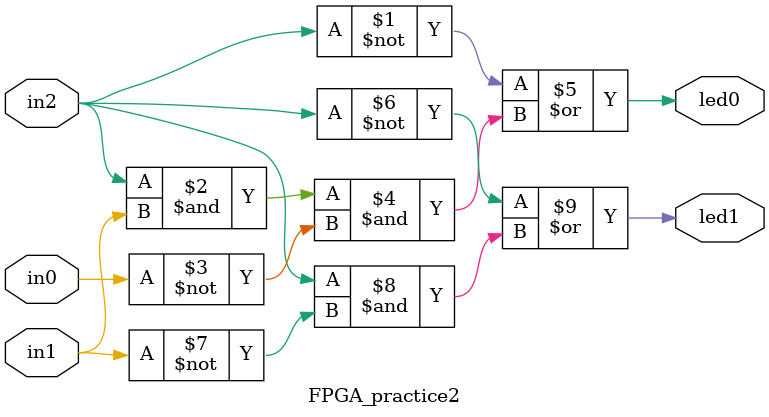
<source format=v>
module FPGA_practice2(led0,led1,in0,in1,in2);
    input in0,in1,in2;
    output led0,led1;

    assign led0 = ~in2 | (in2 & in1 & ~in0);
    assign led1 = ~in2 | (in2 & ~in1);
endmodule
</source>
